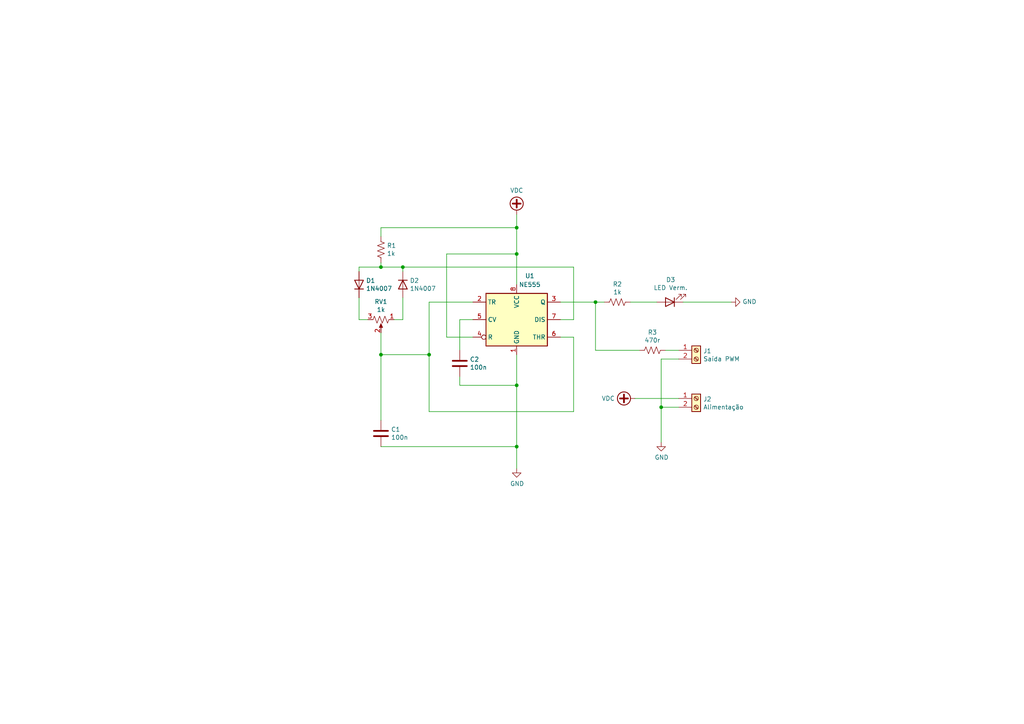
<source format=kicad_sch>
(kicad_sch (version 20231120) (generator "eeschema") (generator_version "8.0")
  (paper "A4")
  (lib_symbols
    (symbol "555-gerador-PWM-r01-rescue:GND-power" (power) (pin_names (offset 0))
      (property "Value" "power_GND" (at 0 -3.81 0))
      (symbol "GND-power_0_1"
        (polyline (pts (xy 0 0) (xy 0 -1.27) (xy 1.27 -1.27) (xy 0 -2.54) (xy -1.27 -1.27) (xy 0 -1.27)))
      )
      (symbol "GND-power_1_1"
        (pin power_in line (at 0 0 270) (length 0) hide (name "GND") (number "1"))
      )
    )
    (symbol "555-gerador-PWM-r01-rescue:NE555-Timer"
      (property "Reference" "U" (at -10.16 8.89 0))
      (property "Value" "Timer_NE555" (at 2.54 8.89 0))
      (symbol "NE555-Timer_0_0"
        (pin power_in line (at 0 -10.16 90) (length 2.54) (name "GND") (number "1"))
        (pin power_in line (at 0 10.16 270) (length 2.54) (name "VCC") (number "8"))
      )
      (symbol "NE555-Timer_0_1"
        (rectangle (start -8.89 -7.62) (end 8.89 7.62) (stroke (width 0.254)) (fill (type background)))
        (rectangle (start -8.89 -7.62) (end 8.89 7.62) (stroke (width 0.254)) (fill (type background)))
      )
      (symbol "NE555-Timer_1_1"
        (pin input line (at -12.7 5.08 0) (length 3.81) (name "TR") (number "2"))
        (pin output line (at 12.7 5.08 180) (length 3.81) (name "Q") (number "3"))
        (pin input inverted (at -12.7 -5.08 0) (length 3.81) (name "R") (number "4"))
        (pin input line (at -12.7 0 0) (length 3.81) (name "CV") (number "5"))
        (pin input line (at 12.7 -5.08 180) (length 3.81) (name "THR") (number "6"))
        (pin input line (at 12.7 0 180) (length 3.81) (name "DIS") (number "7"))
      )
    )
    (symbol "555-gerador-PWM-r01-rescue:R_POT_US-Device" (pin_names (offset 1.016) hide)
      (property "Reference" "RV" (at -4.445 0 90))
      (property "Value" "Device_R_POT_US" (at -2.54 0 90))
      (symbol "R_POT_US-Device_0_1"
        (polyline (pts (xy 0 -2.286) (xy 0 -2.54)))
        (polyline (pts (xy 0 2.54) (xy 0 2.286)))
        (polyline (pts (xy 2.54 0) (xy 1.524 0)))
        (polyline (pts (xy 1.143 0) (xy 2.286 0.508) (xy 2.286 -0.508) (xy 1.143 0)) (fill (type outline)))
        (polyline (pts (xy 0 -0.762) (xy 1.016 -1.143) (xy 0 -1.524) (xy -1.016 -1.905) (xy 0 -2.286)))
        (polyline (pts (xy 0 0.762) (xy 1.016 0.381) (xy 0 0) (xy -1.016 -0.381) (xy 0 -0.762)))
        (polyline (pts (xy 0 2.286) (xy 1.016 1.905) (xy 0 1.524) (xy -1.016 1.143) (xy 0 0.762)))
      )
      (symbol "R_POT_US-Device_1_1"
        (pin passive line (at 0 3.81 270) (length 1.27) (name "1") (number "1"))
        (pin passive line (at 3.81 0 180) (length 1.27) (name "2") (number "2"))
        (pin passive line (at 0 -3.81 90) (length 1.27) (name "3") (number "3"))
      )
    )
    (symbol "555-gerador-PWM-r01-rescue:VDC-power" (power) (pin_names (offset 0))
      (property "Value" "power_VDC" (at 0 6.35 0))
      (symbol "VDC-power_0_1"
        (polyline (pts (xy -1.143 3.175) (xy 1.143 3.175)) (stroke (width 0.508)))
        (polyline (pts (xy 0 0) (xy 0 1.27)))
        (polyline (pts (xy 0 2.032) (xy 0 4.318)) (stroke (width 0.508)))
        (circle (center 0 3.175) (radius 1.905) (stroke (width 0.254)))
      )
      (symbol "VDC-power_1_1"
        (pin power_in line (at 0 0 90) (length 0) hide (name "VDC") (number "1"))
      )
    )
    (symbol "Connector:Screw_Terminal_01x02" (pin_names (offset 1.016) hide)
      (property "Reference" "J" (at 0 2.54 0))
      (property "Value" "Screw_Terminal_01x02" (at 0 -5.08 0))
      (symbol "Screw_Terminal_01x02_1_1"
        (rectangle (start -1.27 1.27) (end 1.27 -3.81) (stroke (width 0.254)) (fill (type background)))
        (circle (center 0 -2.54) (radius 0.635) (stroke (width 0.1524)))
        (polyline (pts (xy -0.5334 -2.2098) (xy 0.3302 -3.048)) (stroke (width 0.1524)))
        (polyline (pts (xy -0.5334 0.3302) (xy 0.3302 -0.508)) (stroke (width 0.1524)))
        (polyline (pts (xy -0.3556 -2.032) (xy 0.508 -2.8702)) (stroke (width 0.1524)))
        (polyline (pts (xy -0.3556 0.508) (xy 0.508 -0.3302)) (stroke (width 0.1524)))
        (circle (center 0 0) (radius 0.635) (stroke (width 0.1524)))
        (pin passive line (at -5.08 0 0) (length 3.81) (name "Pin_1") (number "1"))
        (pin passive line (at -5.08 -2.54 0) (length 3.81) (name "Pin_2") (number "2"))
      )
    )
    (symbol "Device:C" (pin_numbers hide) (pin_names (offset 0.254))
      (property "Reference" "C" (at 0.635 2.54 0))
      (property "Value" "C" (at 0.635 -2.54 0))
      (symbol "C_0_1"
        (polyline (pts (xy -2.032 -0.762) (xy 2.032 -0.762)) (stroke (width 0.508)))
        (polyline (pts (xy -2.032 0.762) (xy 2.032 0.762)) (stroke (width 0.508)))
      )
      (symbol "C_1_1"
        (pin passive line (at 0 3.81 270) (length 2.794) (name "~") (number "1"))
        (pin passive line (at 0 -3.81 90) (length 2.794) (name "~") (number "2"))
      )
    )
    (symbol "Device:LED" (pin_numbers hide) (pin_names (offset 1.016) hide)
      (property "Reference" "D" (at 0 2.54 0))
      (property "Value" "LED" (at 0 -2.54 0))
      (symbol "LED_0_1"
        (polyline (pts (xy -1.27 -1.27) (xy -1.27 1.27)) (stroke (width 0.254)))
        (polyline (pts (xy -1.27 0) (xy 1.27 0)))
        (polyline (pts (xy 1.27 -1.27) (xy 1.27 1.27) (xy -1.27 0) (xy 1.27 -1.27)) (stroke (width 0.254)))
        (polyline (pts (xy -3.048 -0.762) (xy -4.572 -2.286) (xy -3.81 -2.286) (xy -4.572 -2.286) (xy -4.572 -1.524)))
        (polyline (pts (xy -1.778 -0.762) (xy -3.302 -2.286) (xy -2.54 -2.286) (xy -3.302 -2.286) (xy -3.302 -1.524)))
      )
      (symbol "LED_1_1"
        (pin passive line (at -3.81 0 0) (length 2.54) (name "K") (number "1"))
        (pin passive line (at 3.81 0 180) (length 2.54) (name "A") (number "2"))
      )
    )
    (symbol "Device:R_US" (pin_numbers hide) (pin_names (offset 0))
      (property "Reference" "R" (at 2.54 0 90))
      (property "Value" "R_US" (at -2.54 0 90))
      (symbol "R_US_0_1"
        (polyline (pts (xy 0 -2.286) (xy 0 -2.54)))
        (polyline (pts (xy 0 2.286) (xy 0 2.54)))
        (polyline (pts (xy 0 -0.762) (xy 1.016 -1.143) (xy 0 -1.524) (xy -1.016 -1.905) (xy 0 -2.286)))
        (polyline (pts (xy 0 0.762) (xy 1.016 0.381) (xy 0 0) (xy -1.016 -0.381) (xy 0 -0.762)))
        (polyline (pts (xy 0 2.286) (xy 1.016 1.905) (xy 0 1.524) (xy -1.016 1.143) (xy 0 0.762)))
      )
      (symbol "R_US_1_1"
        (pin passive line (at 0 3.81 270) (length 1.27) (name "~") (number "1"))
        (pin passive line (at 0 -3.81 90) (length 1.27) (name "~") (number "2"))
      )
    )
    (symbol "Diode:1N4007" (pin_numbers hide) (pin_names hide)
      (property "Reference" "D" (at 0 2.54 0))
      (property "Value" "1N4007" (at 0 -2.54 0))
      (symbol "1N4007_0_1"
        (polyline (pts (xy -1.27 1.27) (xy -1.27 -1.27)) (stroke (width 0.254)))
        (polyline (pts (xy 1.27 0) (xy -1.27 0)))
        (polyline (pts (xy 1.27 1.27) (xy 1.27 -1.27) (xy -1.27 0) (xy 1.27 1.27)) (stroke (width 0.254)))
      )
      (symbol "1N4007_1_1"
        (pin passive line (at -3.81 0 0) (length 2.54) (name "K") (number "1"))
        (pin passive line (at 3.81 0 180) (length 2.54) (name "A") (number "2"))
      )
    )
  )
  (junction (at 116.84 77.47))
  (junction (at 149.86 66.04))
  (junction (at 149.86 111.76))
  (junction (at 110.49 77.47))
  (junction (at 172.72 87.63))
  (junction (at 149.86 73.66))
  (junction (at 149.86 129.54))
  (junction (at 110.49 102.87))
  (junction (at 191.77 118.11))
  (junction (at 124.46 102.87))
  (wire (pts (xy 114.3 92.71) (xy 116.84 92.71)))
  (wire (pts (xy 137.16 92.71) (xy 133.35 92.71)))
  (wire (pts (xy 129.54 73.66) (xy 149.86 73.66)))
  (wire (pts (xy 137.16 97.79) (xy 129.54 97.79)))
  (wire (pts (xy 116.84 77.47) (xy 110.49 77.47)))
  (wire (pts (xy 149.86 62.23) (xy 149.86 66.04)))
  (wire (pts (xy 110.49 66.04) (xy 149.86 66.04)))
  (wire (pts (xy 149.86 102.87) (xy 149.86 111.76)))
  (wire (pts (xy 191.77 118.11) (xy 191.77 104.14)))
  (wire (pts (xy 166.37 92.71) (xy 166.37 77.47)))
  (wire (pts (xy 104.14 77.47) (xy 104.14 78.74)))
  (wire (pts (xy 166.37 97.79) (xy 166.37 119.38)))
  (wire (pts (xy 116.84 92.71) (xy 116.84 86.36)))
  (wire (pts (xy 149.86 129.54) (xy 149.86 135.89)))
  (wire (pts (xy 191.77 128.27) (xy 191.77 118.11)))
  (wire (pts (xy 116.84 78.74) (xy 116.84 77.47)))
  (wire (pts (xy 196.85 118.11) (xy 191.77 118.11)))
  (wire (pts (xy 110.49 102.87) (xy 110.49 121.92)))
  (wire (pts (xy 172.72 101.6) (xy 172.72 87.63)))
  (wire (pts (xy 110.49 102.87) (xy 110.49 96.52)))
  (wire (pts (xy 196.85 115.57) (xy 184.15 115.57)))
  (wire (pts (xy 149.86 66.04) (xy 149.86 73.66)))
  (wire (pts (xy 110.49 76.2) (xy 110.49 77.47)))
  (wire (pts (xy 129.54 97.79) (xy 129.54 73.66)))
  (wire (pts (xy 104.14 92.71) (xy 104.14 86.36)))
  (wire (pts (xy 190.5 87.63) (xy 182.88 87.63)))
  (wire (pts (xy 110.49 129.54) (xy 149.86 129.54)))
  (wire (pts (xy 106.68 92.71) (xy 104.14 92.71)))
  (wire (pts (xy 124.46 102.87) (xy 110.49 102.87)))
  (wire (pts (xy 166.37 77.47) (xy 116.84 77.47)))
  (wire (pts (xy 133.35 92.71) (xy 133.35 101.6)))
  (wire (pts (xy 137.16 87.63) (xy 124.46 87.63)))
  (wire (pts (xy 191.77 104.14) (xy 196.85 104.14)))
  (wire (pts (xy 162.56 97.79) (xy 166.37 97.79)))
  (wire (pts (xy 133.35 109.22) (xy 133.35 111.76)))
  (wire (pts (xy 110.49 77.47) (xy 104.14 77.47)))
  (wire (pts (xy 124.46 102.87) (xy 124.46 119.38)))
  (wire (pts (xy 162.56 92.71) (xy 166.37 92.71)))
  (wire (pts (xy 124.46 87.63) (xy 124.46 102.87)))
  (wire (pts (xy 124.46 119.38) (xy 166.37 119.38)))
  (wire (pts (xy 175.26 87.63) (xy 172.72 87.63)))
  (wire (pts (xy 133.35 111.76) (xy 149.86 111.76)))
  (wire (pts (xy 149.86 73.66) (xy 149.86 82.55)))
  (wire (pts (xy 149.86 111.76) (xy 149.86 129.54)))
  (wire (pts (xy 212.09 87.63) (xy 198.12 87.63)))
  (wire (pts (xy 110.49 68.58) (xy 110.49 66.04)))
  (wire (pts (xy 172.72 87.63) (xy 162.56 87.63)))
  (wire (pts (xy 185.42 101.6) (xy 172.72 101.6)))
  (wire (pts (xy 196.85 101.6) (xy 193.04 101.6)))
  (symbol (lib_id "555-gerador-PWM-r01-rescue:NE555-Timer") (at 149.86 92.71 0) (unit 1)
    (property "Reference" "U1" (at 153.67 80.01 0))
    (property "Value" "NE555" (at 153.67 82.55 0))
    (property "Footprint" "Package_DIP:DIP-8_W7.62mm_Socket_LongPads" (effects (hide yes)))
    (property "Datasheet" "http://www.ti.com/lit/ds/symlink/ne555.pdf" (effects (hide yes)))
  )
  (symbol (lib_id "555-gerador-PWM-r01-rescue:GND-power") (at 149.86 135.89 0) (unit 1)
    (property "Reference" "#PWR0101" (effects (hide yes)))
    (property "Value" "GND" (at 149.987 140.2842 0))
  )
  (symbol (lib_id "555-gerador-PWM-r01-rescue:VDC-power") (at 149.86 62.23 0) (unit 1)
    (property "Reference" "#PWR0102" (effects (hide yes)))
    (property "Value" "VDC" (at 149.86 55.245 0))
  )
  (symbol (lib_id "Device:R_US") (at 110.49 72.39 0) (unit 1)
    (property "Reference" "R1" (at 112.2172 71.2216 0) (effects (justify left)))
    (property "Value" "1k" (at 112.2172 73.533 0) (effects (justify left)))
    (property "Footprint" "Resistor_THT:R_Axial_DIN0207_L6.3mm_D2.5mm_P10.16mm_Horizontal" (effects (hide yes)))
  )
  (symbol (lib_id "Diode:1N4007") (at 104.14 82.55 90) (unit 1)
    (property "Reference" "D1" (at 106.1466 81.3816 90) (effects (justify right)))
    (property "Value" "1N4007" (at 106.1466 83.693 90) (effects (justify right)))
    (property "Footprint" "Diode_THT:D_DO-41_SOD81_P10.16mm_Horizontal" (effects (hide yes)))
    (property "Datasheet" "http://www.vishay.com/docs/88503/1n4001.pdf" (effects (hide yes)))
  )
  (symbol (lib_id "Diode:1N4007") (at 116.84 82.55 270) (unit 1)
    (property "Reference" "D2" (at 118.8466 81.3816 90) (effects (justify left)))
    (property "Value" "1N4007" (at 118.8466 83.693 90) (effects (justify left)))
    (property "Footprint" "Diode_THT:D_DO-41_SOD81_P10.16mm_Horizontal" (effects (hide yes)))
    (property "Datasheet" "http://www.vishay.com/docs/88503/1n4001.pdf" (effects (hide yes)))
  )
  (symbol (lib_id "Device:C") (at 133.35 105.41 0) (unit 1)
    (property "Reference" "C2" (at 136.271 104.2416 0) (effects (justify left)))
    (property "Value" "100n" (at 136.271 106.553 0) (effects (justify left)))
    (property "Footprint" "Capacitor_THT:C_Disc_D3.0mm_W2.0mm_P2.50mm" (effects (hide yes)))
  )
  (symbol (lib_id "555-gerador-PWM-r01-rescue:R_POT_US-Device") (at 110.49 92.71 270) (unit 1)
    (property "Reference" "RV1" (at 110.49 87.503 90))
    (property "Value" "1k" (at 110.49 89.8144 90))
    (property "Footprint" "Potentiometer_THT:Potentiometer_Alps_RK163_Single_Horizontal" (effects (hide yes)))
  )
  (symbol (lib_id "Device:R_US") (at 179.07 87.63 270) (unit 1)
    (property "Reference" "R2" (at 179.07 82.423 90))
    (property "Value" "1k" (at 179.07 84.7344 90))
    (property "Footprint" "Resistor_THT:R_Axial_DIN0207_L6.3mm_D2.5mm_P10.16mm_Horizontal" (effects (hide yes)))
  )
  (symbol (lib_id "Device:LED") (at 194.31 87.63 180) (unit 1)
    (property "Reference" "D3" (at 194.5132 81.153 0))
    (property "Value" "LED Verm." (at 194.5132 83.4644 0))
    (property "Footprint" "LED_THT:LED_D5.0mm_Clear" (effects (hide yes)))
  )
  (symbol (lib_id "Device:C") (at 110.49 125.73 0) (unit 1)
    (property "Reference" "C1" (at 113.411 124.5616 0) (effects (justify left)))
    (property "Value" "100n" (at 113.411 126.873 0) (effects (justify left)))
    (property "Footprint" "Capacitor_THT:C_Disc_D3.0mm_W2.0mm_P2.50mm" (effects (hide yes)))
  )
  (symbol (lib_id "555-gerador-PWM-r01-rescue:GND-power") (at 212.09 87.63 90) (unit 1)
    (property "Reference" "#PWR0103" (effects (hide yes)))
    (property "Value" "GND" (at 215.3412 87.503 90) (effects (justify right)))
  )
  (symbol (lib_id "Connector:Screw_Terminal_01x02") (at 201.93 115.57 0) (unit 1)
    (property "Reference" "J2" (at 203.962 115.7732 0) (effects (justify left)))
    (property "Value" "Alimentação" (at 203.962 118.0846 0) (effects (justify left)))
    (property "Footprint" "Connector_Phoenix_MC_HighVoltage:PhoenixContact_MCV_1,5_2-G-5.08_1x02_P5.08mm_Vertical" (effects (hide yes)))
  )
  (symbol (lib_id "Connector:Screw_Terminal_01x02") (at 201.93 101.6 0) (unit 1)
    (property "Reference" "J1" (at 203.962 101.8032 0) (effects (justify left)))
    (property "Value" "Saída PWM" (at 203.962 104.1146 0) (effects (justify left)))
    (property "Footprint" "Connector_Phoenix_MC_HighVoltage:PhoenixContact_MCV_1,5_2-G-5.08_1x02_P5.08mm_Vertical" (effects (hide yes)))
  )
  (symbol (lib_id "Device:R_US") (at 189.23 101.6 270) (unit 1)
    (property "Reference" "R3" (at 189.23 96.393 90))
    (property "Value" "470r" (at 189.23 98.7044 90))
    (property "Footprint" "Resistor_THT:R_Axial_DIN0207_L6.3mm_D2.5mm_P10.16mm_Horizontal" (effects (hide yes)))
  )
  (symbol (lib_id "555-gerador-PWM-r01-rescue:GND-power") (at 191.77 128.27 0) (unit 1)
    (property "Reference" "#PWR0104" (effects (hide yes)))
    (property "Value" "GND" (at 191.897 132.6642 0))
  )
  (symbol (lib_id "555-gerador-PWM-r01-rescue:VDC-power") (at 184.15 115.57 90) (unit 1)
    (property "Reference" "#PWR0105" (effects (hide yes)))
    (property "Value" "VDC" (at 178.3334 115.57 90) (effects (justify left)))
  )
)
</source>
